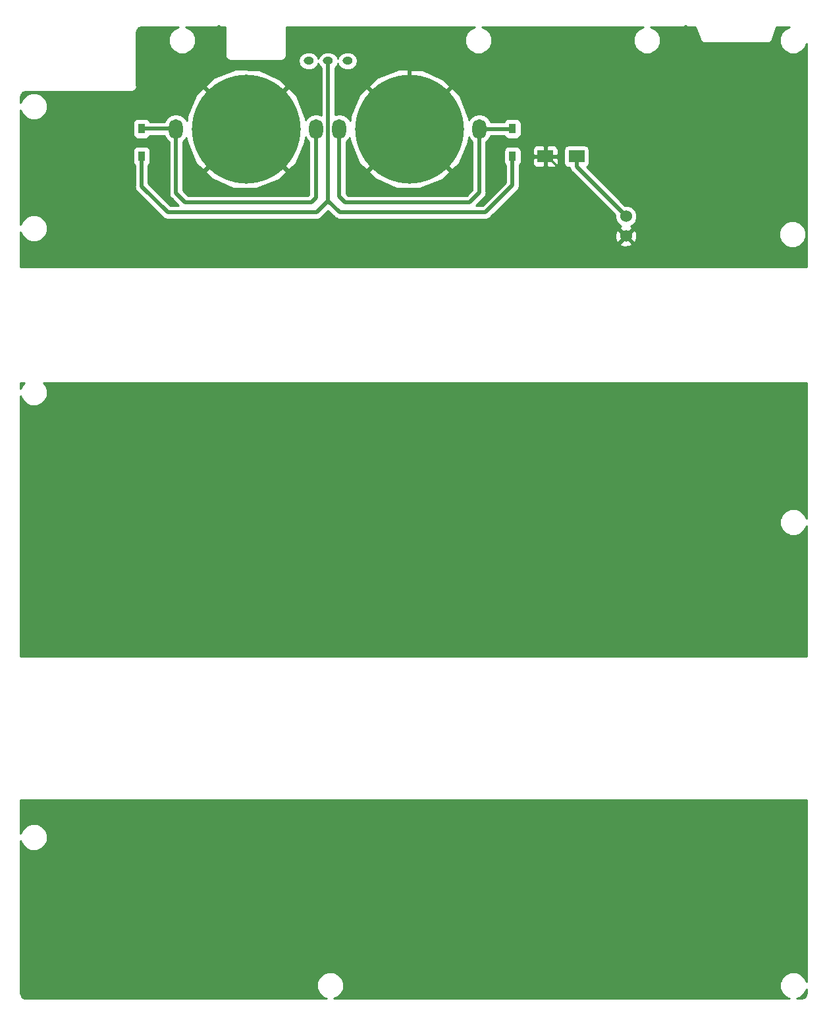
<source format=gbl>
G04 #@! TF.GenerationSoftware,KiCad,Pcbnew,(5.1.5)-3*
G04 #@! TF.CreationDate,2021-03-06T02:21:41+09:00*
G04 #@! TF.ProjectId,Getta25,47657474-6132-4352-9e6b-696361645f70,rev?*
G04 #@! TF.SameCoordinates,Original*
G04 #@! TF.FileFunction,Copper,L2,Bot*
G04 #@! TF.FilePolarity,Positive*
%FSLAX46Y46*%
G04 Gerber Fmt 4.6, Leading zero omitted, Abs format (unit mm)*
G04 Created by KiCad (PCBNEW (5.1.5)-3) date 2021-03-06 02:21:41*
%MOMM*%
%LPD*%
G04 APERTURE LIST*
%ADD10R,2.000000X1.600000*%
%ADD11C,1.524000*%
%ADD12O,1.300000X1.000000*%
%ADD13O,1.800000X2.550000*%
%ADD14C,14.000000*%
%ADD15R,0.950000X1.300000*%
%ADD16C,0.250000*%
%ADD17C,0.500000*%
%ADD18C,0.254000*%
G04 APERTURE END LIST*
D10*
X95500000Y-27507500D03*
X91500000Y-27507500D03*
D11*
X101850000Y-35206000D03*
X101850000Y-37746000D03*
D12*
X66050000Y-15250000D03*
X63550000Y-15250000D03*
X61050000Y-15250000D03*
D13*
X44000000Y-24000000D03*
D14*
X53000000Y-24000000D03*
D13*
X62000000Y-24000000D03*
D15*
X87275000Y-23950000D03*
X87275000Y-27500000D03*
X39575000Y-23950000D03*
X39575000Y-27500000D03*
D13*
X83000000Y-24000000D03*
D14*
X74000000Y-24000000D03*
D13*
X65000000Y-24000000D03*
D16*
X80999999Y-17000001D02*
X85050001Y-17000001D01*
X74000000Y-24000000D02*
X80999999Y-17000001D01*
D17*
X71499494Y-11600000D02*
X74000000Y-14100506D01*
X74000000Y-24000000D02*
X74000000Y-14100506D01*
X53000000Y-24000000D02*
X59250000Y-17750000D01*
X59250000Y-13600000D02*
X61250000Y-11600000D01*
X59250000Y-17750000D02*
X59250000Y-13600000D01*
X61250000Y-11600000D02*
X71499494Y-11600000D01*
D16*
X101850000Y-37657500D02*
X101850000Y-37746000D01*
X91700000Y-27507500D02*
X101850000Y-37657500D01*
X91500000Y-27507500D02*
X91700000Y-27507500D01*
X91500000Y-23450000D02*
X87825000Y-19775000D01*
X91500000Y-27507500D02*
X91500000Y-23450000D01*
X85050001Y-17000001D02*
X87825000Y-19775000D01*
D17*
X95500000Y-28856000D02*
X95500000Y-27507500D01*
X101850000Y-35206000D02*
X95500000Y-28856000D01*
X65775000Y-33425000D02*
X66750000Y-33425000D01*
X65000000Y-32650000D02*
X65775000Y-33425000D01*
X65000000Y-24000000D02*
X65000000Y-32650000D01*
X81725000Y-33425000D02*
X83000000Y-32150000D01*
X66750000Y-33425000D02*
X81725000Y-33425000D01*
X83000000Y-24000000D02*
X83000000Y-32150000D01*
X87225000Y-24000000D02*
X87275000Y-23950000D01*
X83000000Y-24000000D02*
X87225000Y-24000000D01*
X61375000Y-33425000D02*
X60400000Y-33425000D01*
X62000000Y-32800000D02*
X61375000Y-33425000D01*
X62000000Y-24000000D02*
X62000000Y-32800000D01*
X45175000Y-33425000D02*
X60400000Y-33425000D01*
X44000000Y-24000000D02*
X44000000Y-32250000D01*
X44000000Y-32250000D02*
X45175000Y-33425000D01*
X43950000Y-23950000D02*
X44000000Y-24000000D01*
X39575000Y-23950000D02*
X43950000Y-23950000D01*
X39575000Y-31350000D02*
X39575000Y-27500000D01*
X87275000Y-31250000D02*
X87275000Y-27500000D01*
X83800000Y-34725000D02*
X87275000Y-31250000D01*
X65050000Y-34725000D02*
X83800000Y-34725000D01*
X63550000Y-15250000D02*
X63550000Y-33225000D01*
X63550000Y-33225000D02*
X65050000Y-34725000D01*
X62075000Y-34700000D02*
X42925000Y-34700000D01*
X63550000Y-33225000D02*
X62075000Y-34700000D01*
X42925000Y-34700000D02*
X39575000Y-31350000D01*
D18*
G36*
X125052501Y-133571865D02*
G01*
X124858349Y-133103141D01*
X124844957Y-133097784D01*
X124827112Y-133054701D01*
X124339049Y-132566638D01*
X124295966Y-132548793D01*
X124290609Y-132535401D01*
X123994079Y-132423747D01*
X123701363Y-132302500D01*
X123672073Y-132302500D01*
X123644657Y-132292177D01*
X123327966Y-132302500D01*
X123011137Y-132302500D01*
X122984074Y-132313710D01*
X122954797Y-132314664D01*
X122421891Y-132535401D01*
X122416534Y-132548793D01*
X122373451Y-132566638D01*
X121885388Y-133054701D01*
X121867543Y-133097784D01*
X121854151Y-133103141D01*
X121742497Y-133399671D01*
X121621250Y-133692387D01*
X121621250Y-133721677D01*
X121610927Y-133749093D01*
X121621250Y-134065784D01*
X121621250Y-134382613D01*
X121632460Y-134409676D01*
X121633414Y-134438953D01*
X121854151Y-134971859D01*
X121867543Y-134977216D01*
X121885388Y-135020299D01*
X122373451Y-135508362D01*
X122416534Y-135526207D01*
X122421891Y-135539599D01*
X122718421Y-135651253D01*
X122917586Y-135733750D01*
X64290637Y-135733750D01*
X64759359Y-135539599D01*
X64764716Y-135526207D01*
X64807799Y-135508362D01*
X65295862Y-135020299D01*
X65313707Y-134977216D01*
X65327099Y-134971859D01*
X65438753Y-134675329D01*
X65560000Y-134382613D01*
X65560000Y-134353323D01*
X65570323Y-134325907D01*
X65560000Y-134009216D01*
X65560000Y-133692387D01*
X65548790Y-133665324D01*
X65547836Y-133636047D01*
X65327099Y-133103141D01*
X65313707Y-133097784D01*
X65295862Y-133054701D01*
X64807799Y-132566638D01*
X64764716Y-132548793D01*
X64759359Y-132535401D01*
X64462829Y-132423747D01*
X64170113Y-132302500D01*
X64140823Y-132302500D01*
X64113407Y-132292177D01*
X63796716Y-132302500D01*
X63479887Y-132302500D01*
X63452824Y-132313710D01*
X63423547Y-132314664D01*
X62890641Y-132535401D01*
X62885284Y-132548793D01*
X62842201Y-132566638D01*
X62354138Y-133054701D01*
X62336293Y-133097784D01*
X62322901Y-133103141D01*
X62211247Y-133399671D01*
X62090000Y-133692387D01*
X62090000Y-133721677D01*
X62079677Y-133749093D01*
X62090000Y-134065784D01*
X62090000Y-134382613D01*
X62101210Y-134409676D01*
X62102164Y-134438953D01*
X62322901Y-134971859D01*
X62336293Y-134977216D01*
X62354138Y-135020299D01*
X62842201Y-135508362D01*
X62885284Y-135526207D01*
X62890641Y-135539599D01*
X63187171Y-135651253D01*
X63386336Y-135733750D01*
X24743678Y-135733750D01*
X24463342Y-135684319D01*
X24269516Y-135572413D01*
X24125656Y-135400969D01*
X24038641Y-135161895D01*
X24028750Y-135048845D01*
X24028750Y-115453137D01*
X24222901Y-115921859D01*
X24236293Y-115927216D01*
X24254138Y-115970299D01*
X24742201Y-116458362D01*
X24785284Y-116476207D01*
X24790641Y-116489599D01*
X25087171Y-116601253D01*
X25379887Y-116722500D01*
X25409177Y-116722500D01*
X25436593Y-116732823D01*
X25753284Y-116722500D01*
X26070113Y-116722500D01*
X26097176Y-116711290D01*
X26126453Y-116710336D01*
X26659359Y-116489599D01*
X26664716Y-116476207D01*
X26707799Y-116458362D01*
X27195862Y-115970299D01*
X27213707Y-115927216D01*
X27227099Y-115921859D01*
X27338753Y-115625329D01*
X27460000Y-115332613D01*
X27460000Y-115303323D01*
X27470323Y-115275907D01*
X27460000Y-114959216D01*
X27460000Y-114642387D01*
X27448790Y-114615324D01*
X27447836Y-114586047D01*
X27227099Y-114053141D01*
X27213707Y-114047784D01*
X27195862Y-114004701D01*
X26707799Y-113516638D01*
X26664716Y-113498793D01*
X26659359Y-113485401D01*
X26362829Y-113373747D01*
X26070113Y-113252500D01*
X26040823Y-113252500D01*
X26013407Y-113242177D01*
X25696716Y-113252500D01*
X25379887Y-113252500D01*
X25352824Y-113263710D01*
X25323547Y-113264664D01*
X24790641Y-113485401D01*
X24785284Y-113498793D01*
X24742201Y-113516638D01*
X24254138Y-114004701D01*
X24236293Y-114047784D01*
X24222901Y-114053141D01*
X24111247Y-114349671D01*
X24028750Y-114548836D01*
X24028750Y-110227000D01*
X125052501Y-110227000D01*
X125052501Y-133571865D01*
G37*
X125052501Y-133571865D02*
X124858349Y-133103141D01*
X124844957Y-133097784D01*
X124827112Y-133054701D01*
X124339049Y-132566638D01*
X124295966Y-132548793D01*
X124290609Y-132535401D01*
X123994079Y-132423747D01*
X123701363Y-132302500D01*
X123672073Y-132302500D01*
X123644657Y-132292177D01*
X123327966Y-132302500D01*
X123011137Y-132302500D01*
X122984074Y-132313710D01*
X122954797Y-132314664D01*
X122421891Y-132535401D01*
X122416534Y-132548793D01*
X122373451Y-132566638D01*
X121885388Y-133054701D01*
X121867543Y-133097784D01*
X121854151Y-133103141D01*
X121742497Y-133399671D01*
X121621250Y-133692387D01*
X121621250Y-133721677D01*
X121610927Y-133749093D01*
X121621250Y-134065784D01*
X121621250Y-134382613D01*
X121632460Y-134409676D01*
X121633414Y-134438953D01*
X121854151Y-134971859D01*
X121867543Y-134977216D01*
X121885388Y-135020299D01*
X122373451Y-135508362D01*
X122416534Y-135526207D01*
X122421891Y-135539599D01*
X122718421Y-135651253D01*
X122917586Y-135733750D01*
X64290637Y-135733750D01*
X64759359Y-135539599D01*
X64764716Y-135526207D01*
X64807799Y-135508362D01*
X65295862Y-135020299D01*
X65313707Y-134977216D01*
X65327099Y-134971859D01*
X65438753Y-134675329D01*
X65560000Y-134382613D01*
X65560000Y-134353323D01*
X65570323Y-134325907D01*
X65560000Y-134009216D01*
X65560000Y-133692387D01*
X65548790Y-133665324D01*
X65547836Y-133636047D01*
X65327099Y-133103141D01*
X65313707Y-133097784D01*
X65295862Y-133054701D01*
X64807799Y-132566638D01*
X64764716Y-132548793D01*
X64759359Y-132535401D01*
X64462829Y-132423747D01*
X64170113Y-132302500D01*
X64140823Y-132302500D01*
X64113407Y-132292177D01*
X63796716Y-132302500D01*
X63479887Y-132302500D01*
X63452824Y-132313710D01*
X63423547Y-132314664D01*
X62890641Y-132535401D01*
X62885284Y-132548793D01*
X62842201Y-132566638D01*
X62354138Y-133054701D01*
X62336293Y-133097784D01*
X62322901Y-133103141D01*
X62211247Y-133399671D01*
X62090000Y-133692387D01*
X62090000Y-133721677D01*
X62079677Y-133749093D01*
X62090000Y-134065784D01*
X62090000Y-134382613D01*
X62101210Y-134409676D01*
X62102164Y-134438953D01*
X62322901Y-134971859D01*
X62336293Y-134977216D01*
X62354138Y-135020299D01*
X62842201Y-135508362D01*
X62885284Y-135526207D01*
X62890641Y-135539599D01*
X63187171Y-135651253D01*
X63386336Y-135733750D01*
X24743678Y-135733750D01*
X24463342Y-135684319D01*
X24269516Y-135572413D01*
X24125656Y-135400969D01*
X24038641Y-135161895D01*
X24028750Y-135048845D01*
X24028750Y-115453137D01*
X24222901Y-115921859D01*
X24236293Y-115927216D01*
X24254138Y-115970299D01*
X24742201Y-116458362D01*
X24785284Y-116476207D01*
X24790641Y-116489599D01*
X25087171Y-116601253D01*
X25379887Y-116722500D01*
X25409177Y-116722500D01*
X25436593Y-116732823D01*
X25753284Y-116722500D01*
X26070113Y-116722500D01*
X26097176Y-116711290D01*
X26126453Y-116710336D01*
X26659359Y-116489599D01*
X26664716Y-116476207D01*
X26707799Y-116458362D01*
X27195862Y-115970299D01*
X27213707Y-115927216D01*
X27227099Y-115921859D01*
X27338753Y-115625329D01*
X27460000Y-115332613D01*
X27460000Y-115303323D01*
X27470323Y-115275907D01*
X27460000Y-114959216D01*
X27460000Y-114642387D01*
X27448790Y-114615324D01*
X27447836Y-114586047D01*
X27227099Y-114053141D01*
X27213707Y-114047784D01*
X27195862Y-114004701D01*
X26707799Y-113516638D01*
X26664716Y-113498793D01*
X26659359Y-113485401D01*
X26362829Y-113373747D01*
X26070113Y-113252500D01*
X26040823Y-113252500D01*
X26013407Y-113242177D01*
X25696716Y-113252500D01*
X25379887Y-113252500D01*
X25352824Y-113263710D01*
X25323547Y-113264664D01*
X24790641Y-113485401D01*
X24785284Y-113498793D01*
X24742201Y-113516638D01*
X24254138Y-114004701D01*
X24236293Y-114047784D01*
X24222901Y-114053141D01*
X24111247Y-114349671D01*
X24028750Y-114548836D01*
X24028750Y-110227000D01*
X125052501Y-110227000D01*
X125052501Y-133571865D01*
G36*
X125052501Y-135018816D02*
G01*
X125003069Y-135299158D01*
X124891163Y-135492984D01*
X124719719Y-135636844D01*
X124480645Y-135723859D01*
X124367595Y-135733750D01*
X123821887Y-135733750D01*
X124290609Y-135539599D01*
X124295966Y-135526207D01*
X124339049Y-135508362D01*
X124827112Y-135020299D01*
X124844957Y-134977216D01*
X124858349Y-134971859D01*
X124970003Y-134675329D01*
X125052501Y-134476161D01*
X125052501Y-135018816D01*
G37*
X125052501Y-135018816D02*
X125003069Y-135299158D01*
X124891163Y-135492984D01*
X124719719Y-135636844D01*
X124480645Y-135723859D01*
X124367595Y-135733750D01*
X123821887Y-135733750D01*
X124290609Y-135539599D01*
X124295966Y-135526207D01*
X124339049Y-135508362D01*
X124827112Y-135020299D01*
X124844957Y-134977216D01*
X124858349Y-134971859D01*
X124970003Y-134675329D01*
X125052501Y-134476161D01*
X125052501Y-135018816D01*
G36*
X125052501Y-74040614D02*
G01*
X124858349Y-73571891D01*
X124844957Y-73566534D01*
X124827112Y-73523451D01*
X124339049Y-73035388D01*
X124295966Y-73017543D01*
X124290609Y-73004151D01*
X123994079Y-72892497D01*
X123701363Y-72771250D01*
X123672073Y-72771250D01*
X123644657Y-72760927D01*
X123327966Y-72771250D01*
X123011137Y-72771250D01*
X122984074Y-72782460D01*
X122954797Y-72783414D01*
X122421891Y-73004151D01*
X122416534Y-73017543D01*
X122373451Y-73035388D01*
X121885388Y-73523451D01*
X121867543Y-73566534D01*
X121854151Y-73571891D01*
X121742497Y-73868421D01*
X121621250Y-74161137D01*
X121621250Y-74190427D01*
X121610927Y-74217843D01*
X121621250Y-74534534D01*
X121621250Y-74851363D01*
X121632460Y-74878426D01*
X121633414Y-74907703D01*
X121854151Y-75440609D01*
X121867543Y-75445966D01*
X121885388Y-75489049D01*
X122373451Y-75977112D01*
X122416534Y-75994957D01*
X122421891Y-76008349D01*
X122718421Y-76120003D01*
X123011137Y-76241250D01*
X123040427Y-76241250D01*
X123067843Y-76251573D01*
X123384534Y-76241250D01*
X123701363Y-76241250D01*
X123728426Y-76230040D01*
X123757703Y-76229086D01*
X124290609Y-76008349D01*
X124295966Y-75994957D01*
X124339049Y-75977112D01*
X124827112Y-75489049D01*
X124844957Y-75445966D01*
X124858349Y-75440609D01*
X124970003Y-75144079D01*
X125052501Y-74944913D01*
X125052501Y-91773000D01*
X24028750Y-91773000D01*
X24028750Y-58303137D01*
X24222901Y-58771859D01*
X24236293Y-58777216D01*
X24254138Y-58820299D01*
X24742201Y-59308362D01*
X24785284Y-59326207D01*
X24790641Y-59339599D01*
X25087171Y-59451253D01*
X25379887Y-59572500D01*
X25409177Y-59572500D01*
X25436593Y-59582823D01*
X25753284Y-59572500D01*
X26070113Y-59572500D01*
X26097176Y-59561290D01*
X26126453Y-59560336D01*
X26659359Y-59339599D01*
X26664716Y-59326207D01*
X26707799Y-59308362D01*
X27195862Y-58820299D01*
X27213707Y-58777216D01*
X27227099Y-58771859D01*
X27338753Y-58475329D01*
X27460000Y-58182613D01*
X27460000Y-58153323D01*
X27470323Y-58125907D01*
X27460000Y-57809216D01*
X27460000Y-57492387D01*
X27448790Y-57465324D01*
X27447836Y-57436047D01*
X27227099Y-56903141D01*
X27213707Y-56897784D01*
X27195862Y-56854701D01*
X26968161Y-56627000D01*
X125052501Y-56627000D01*
X125052501Y-74040614D01*
G37*
X125052501Y-74040614D02*
X124858349Y-73571891D01*
X124844957Y-73566534D01*
X124827112Y-73523451D01*
X124339049Y-73035388D01*
X124295966Y-73017543D01*
X124290609Y-73004151D01*
X123994079Y-72892497D01*
X123701363Y-72771250D01*
X123672073Y-72771250D01*
X123644657Y-72760927D01*
X123327966Y-72771250D01*
X123011137Y-72771250D01*
X122984074Y-72782460D01*
X122954797Y-72783414D01*
X122421891Y-73004151D01*
X122416534Y-73017543D01*
X122373451Y-73035388D01*
X121885388Y-73523451D01*
X121867543Y-73566534D01*
X121854151Y-73571891D01*
X121742497Y-73868421D01*
X121621250Y-74161137D01*
X121621250Y-74190427D01*
X121610927Y-74217843D01*
X121621250Y-74534534D01*
X121621250Y-74851363D01*
X121632460Y-74878426D01*
X121633414Y-74907703D01*
X121854151Y-75440609D01*
X121867543Y-75445966D01*
X121885388Y-75489049D01*
X122373451Y-75977112D01*
X122416534Y-75994957D01*
X122421891Y-76008349D01*
X122718421Y-76120003D01*
X123011137Y-76241250D01*
X123040427Y-76241250D01*
X123067843Y-76251573D01*
X123384534Y-76241250D01*
X123701363Y-76241250D01*
X123728426Y-76230040D01*
X123757703Y-76229086D01*
X124290609Y-76008349D01*
X124295966Y-75994957D01*
X124339049Y-75977112D01*
X124827112Y-75489049D01*
X124844957Y-75445966D01*
X124858349Y-75440609D01*
X124970003Y-75144079D01*
X125052501Y-74944913D01*
X125052501Y-91773000D01*
X24028750Y-91773000D01*
X24028750Y-58303137D01*
X24222901Y-58771859D01*
X24236293Y-58777216D01*
X24254138Y-58820299D01*
X24742201Y-59308362D01*
X24785284Y-59326207D01*
X24790641Y-59339599D01*
X25087171Y-59451253D01*
X25379887Y-59572500D01*
X25409177Y-59572500D01*
X25436593Y-59582823D01*
X25753284Y-59572500D01*
X26070113Y-59572500D01*
X26097176Y-59561290D01*
X26126453Y-59560336D01*
X26659359Y-59339599D01*
X26664716Y-59326207D01*
X26707799Y-59308362D01*
X27195862Y-58820299D01*
X27213707Y-58777216D01*
X27227099Y-58771859D01*
X27338753Y-58475329D01*
X27460000Y-58182613D01*
X27460000Y-58153323D01*
X27470323Y-58125907D01*
X27460000Y-57809216D01*
X27460000Y-57492387D01*
X27448790Y-57465324D01*
X27447836Y-57436047D01*
X27227099Y-56903141D01*
X27213707Y-56897784D01*
X27195862Y-56854701D01*
X26968161Y-56627000D01*
X125052501Y-56627000D01*
X125052501Y-74040614D01*
G36*
X24254138Y-56854701D02*
G01*
X24236293Y-56897784D01*
X24222901Y-56903141D01*
X24111247Y-57199671D01*
X24028750Y-57398836D01*
X24028750Y-56627000D01*
X24481839Y-56627000D01*
X24254138Y-56854701D01*
G37*
X24254138Y-56854701D02*
X24236293Y-56897784D01*
X24222901Y-56903141D01*
X24111247Y-57199671D01*
X24028750Y-57398836D01*
X24028750Y-56627000D01*
X24481839Y-56627000D01*
X24254138Y-56854701D01*
G36*
X109506143Y-10706357D02*
G01*
X109732727Y-10857755D01*
X109932538Y-10897500D01*
X109932539Y-10897500D01*
X110000000Y-10910919D01*
X110067462Y-10897500D01*
X110772214Y-10897500D01*
X111338634Y-12436276D01*
X111354745Y-12517273D01*
X111422832Y-12619173D01*
X111486792Y-12723715D01*
X111498261Y-12732060D01*
X111506143Y-12743857D01*
X111608057Y-12811953D01*
X111707141Y-12884052D01*
X111720931Y-12887373D01*
X111732727Y-12895255D01*
X111852940Y-12919167D01*
X111972075Y-12947860D01*
X112053652Y-12935000D01*
X119946347Y-12935000D01*
X120027924Y-12947860D01*
X120147065Y-12919166D01*
X120267273Y-12895255D01*
X120279067Y-12887374D01*
X120292858Y-12884053D01*
X120391940Y-12811955D01*
X120493857Y-12743857D01*
X120501740Y-12732059D01*
X120513207Y-12723715D01*
X120577156Y-12619191D01*
X120645255Y-12517273D01*
X120661368Y-12436270D01*
X121227786Y-10897500D01*
X122917586Y-10897500D01*
X122373451Y-11122888D01*
X121885388Y-11610951D01*
X121621250Y-12248637D01*
X121621250Y-12938863D01*
X121885388Y-13576549D01*
X122373451Y-14064612D01*
X123011137Y-14328750D01*
X123701363Y-14328750D01*
X124339049Y-14064612D01*
X124827112Y-13576549D01*
X125052500Y-13032414D01*
X125052500Y-41723000D01*
X24028750Y-41723000D01*
X24028750Y-38726213D01*
X101049392Y-38726213D01*
X101118857Y-38968397D01*
X101642302Y-39155144D01*
X102197368Y-39127362D01*
X102581143Y-38968397D01*
X102650608Y-38726213D01*
X101850000Y-37925605D01*
X101049392Y-38726213D01*
X24028750Y-38726213D01*
X24028750Y-37188664D01*
X24254138Y-37732799D01*
X24742201Y-38220862D01*
X25379887Y-38485000D01*
X26070113Y-38485000D01*
X26707799Y-38220862D01*
X27195862Y-37732799D01*
X27276425Y-37538302D01*
X100440856Y-37538302D01*
X100468638Y-38093368D01*
X100627603Y-38477143D01*
X100869787Y-38546608D01*
X101670395Y-37746000D01*
X102029605Y-37746000D01*
X102830213Y-38546608D01*
X103072397Y-38477143D01*
X103259144Y-37953698D01*
X103231362Y-37398632D01*
X103130400Y-37154887D01*
X121515000Y-37154887D01*
X121515000Y-37845113D01*
X121779138Y-38482799D01*
X122267201Y-38970862D01*
X122904887Y-39235000D01*
X123595113Y-39235000D01*
X124232799Y-38970862D01*
X124720862Y-38482799D01*
X124985000Y-37845113D01*
X124985000Y-37154887D01*
X124720862Y-36517201D01*
X124232799Y-36029138D01*
X123595113Y-35765000D01*
X122904887Y-35765000D01*
X122267201Y-36029138D01*
X121779138Y-36517201D01*
X121515000Y-37154887D01*
X103130400Y-37154887D01*
X103072397Y-37014857D01*
X102830213Y-36945392D01*
X102029605Y-37746000D01*
X101670395Y-37746000D01*
X100869787Y-36945392D01*
X100627603Y-37014857D01*
X100440856Y-37538302D01*
X27276425Y-37538302D01*
X27460000Y-37095113D01*
X27460000Y-36404887D01*
X27195862Y-35767201D01*
X26707799Y-35279138D01*
X26070113Y-35015000D01*
X25379887Y-35015000D01*
X24742201Y-35279138D01*
X24254138Y-35767201D01*
X24028750Y-36311336D01*
X24028750Y-23300000D01*
X38452560Y-23300000D01*
X38452560Y-24600000D01*
X38501843Y-24847765D01*
X38642191Y-25057809D01*
X38852235Y-25198157D01*
X39100000Y-25247440D01*
X40050000Y-25247440D01*
X40297765Y-25198157D01*
X40507809Y-25057809D01*
X40648157Y-24847765D01*
X40650696Y-24835000D01*
X42526428Y-24835000D01*
X42554062Y-24973927D01*
X42893327Y-25481673D01*
X43115000Y-25629790D01*
X43115001Y-32162835D01*
X43097663Y-32250000D01*
X43166348Y-32595309D01*
X43312576Y-32814154D01*
X43312578Y-32814156D01*
X43361952Y-32888049D01*
X43435845Y-32937423D01*
X44313421Y-33815000D01*
X43291579Y-33815000D01*
X40460000Y-30983422D01*
X40460000Y-28639754D01*
X40507809Y-28607809D01*
X40648157Y-28397765D01*
X40697440Y-28150000D01*
X40697440Y-26850000D01*
X40648157Y-26602235D01*
X40507809Y-26392191D01*
X40297765Y-26251843D01*
X40050000Y-26202560D01*
X39100000Y-26202560D01*
X38852235Y-26251843D01*
X38642191Y-26392191D01*
X38501843Y-26602235D01*
X38452560Y-26850000D01*
X38452560Y-28150000D01*
X38501843Y-28397765D01*
X38642191Y-28607809D01*
X38690001Y-28639755D01*
X38690000Y-31262839D01*
X38672663Y-31350000D01*
X38690000Y-31437161D01*
X38690000Y-31437164D01*
X38741348Y-31695309D01*
X38936951Y-31988049D01*
X39010847Y-32037425D01*
X42237577Y-35264156D01*
X42286951Y-35338049D01*
X42360844Y-35387423D01*
X42360845Y-35387424D01*
X42398260Y-35412424D01*
X42579690Y-35533652D01*
X42837835Y-35585000D01*
X42837839Y-35585000D01*
X42924999Y-35602337D01*
X43012159Y-35585000D01*
X61987839Y-35585000D01*
X62075000Y-35602337D01*
X62162161Y-35585000D01*
X62162165Y-35585000D01*
X62420310Y-35533652D01*
X62713049Y-35338049D01*
X62762425Y-35264153D01*
X63550000Y-34476578D01*
X64362577Y-35289156D01*
X64411951Y-35363049D01*
X64485844Y-35412423D01*
X64485845Y-35412424D01*
X64592788Y-35483881D01*
X64704690Y-35558652D01*
X64962835Y-35610000D01*
X64962839Y-35610000D01*
X65049999Y-35627337D01*
X65137159Y-35610000D01*
X83712839Y-35610000D01*
X83800000Y-35627337D01*
X83887161Y-35610000D01*
X83887165Y-35610000D01*
X84145310Y-35558652D01*
X84438049Y-35363049D01*
X84487425Y-35289153D01*
X87839156Y-31937423D01*
X87913049Y-31888049D01*
X87968748Y-31804691D01*
X88060183Y-31667848D01*
X88108652Y-31595310D01*
X88160000Y-31337165D01*
X88160000Y-31337161D01*
X88177337Y-31250001D01*
X88160000Y-31162841D01*
X88160000Y-28639754D01*
X88207809Y-28607809D01*
X88348157Y-28397765D01*
X88397440Y-28150000D01*
X88397440Y-27793250D01*
X89865000Y-27793250D01*
X89865000Y-28433810D01*
X89961673Y-28667199D01*
X90140302Y-28845827D01*
X90373691Y-28942500D01*
X91214250Y-28942500D01*
X91373000Y-28783750D01*
X91373000Y-27634500D01*
X91627000Y-27634500D01*
X91627000Y-28783750D01*
X91785750Y-28942500D01*
X92626309Y-28942500D01*
X92859698Y-28845827D01*
X93038327Y-28667199D01*
X93135000Y-28433810D01*
X93135000Y-27793250D01*
X92976250Y-27634500D01*
X91627000Y-27634500D01*
X91373000Y-27634500D01*
X90023750Y-27634500D01*
X89865000Y-27793250D01*
X88397440Y-27793250D01*
X88397440Y-26850000D01*
X88348157Y-26602235D01*
X88334096Y-26581190D01*
X89865000Y-26581190D01*
X89865000Y-27221750D01*
X90023750Y-27380500D01*
X91373000Y-27380500D01*
X91373000Y-26231250D01*
X91627000Y-26231250D01*
X91627000Y-27380500D01*
X92976250Y-27380500D01*
X93135000Y-27221750D01*
X93135000Y-26707500D01*
X93852560Y-26707500D01*
X93852560Y-28307500D01*
X93901843Y-28555265D01*
X94042191Y-28765309D01*
X94252235Y-28905657D01*
X94500000Y-28954940D01*
X94617342Y-28954940D01*
X94666348Y-29201309D01*
X94861951Y-29494049D01*
X94935847Y-29543425D01*
X100453000Y-35060579D01*
X100453000Y-35483881D01*
X100665680Y-35997337D01*
X101058663Y-36390320D01*
X101249647Y-36469428D01*
X101118857Y-36523603D01*
X101049392Y-36765787D01*
X101850000Y-37566395D01*
X102650608Y-36765787D01*
X102581143Y-36523603D01*
X102440607Y-36473465D01*
X102641337Y-36390320D01*
X103034320Y-35997337D01*
X103247000Y-35483881D01*
X103247000Y-34928119D01*
X103034320Y-34414663D01*
X102641337Y-34021680D01*
X102127881Y-33809000D01*
X101704579Y-33809000D01*
X96779818Y-28884240D01*
X96957809Y-28765309D01*
X97098157Y-28555265D01*
X97147440Y-28307500D01*
X97147440Y-26707500D01*
X97098157Y-26459735D01*
X96957809Y-26249691D01*
X96747765Y-26109343D01*
X96500000Y-26060060D01*
X94500000Y-26060060D01*
X94252235Y-26109343D01*
X94042191Y-26249691D01*
X93901843Y-26459735D01*
X93852560Y-26707500D01*
X93135000Y-26707500D01*
X93135000Y-26581190D01*
X93038327Y-26347801D01*
X92859698Y-26169173D01*
X92626309Y-26072500D01*
X91785750Y-26072500D01*
X91627000Y-26231250D01*
X91373000Y-26231250D01*
X91214250Y-26072500D01*
X90373691Y-26072500D01*
X90140302Y-26169173D01*
X89961673Y-26347801D01*
X89865000Y-26581190D01*
X88334096Y-26581190D01*
X88207809Y-26392191D01*
X87997765Y-26251843D01*
X87750000Y-26202560D01*
X86800000Y-26202560D01*
X86552235Y-26251843D01*
X86342191Y-26392191D01*
X86201843Y-26602235D01*
X86152560Y-26850000D01*
X86152560Y-28150000D01*
X86201843Y-28397765D01*
X86342191Y-28607809D01*
X86390001Y-28639755D01*
X86390000Y-30883421D01*
X83433422Y-33840000D01*
X82561578Y-33840000D01*
X83564156Y-32837423D01*
X83638049Y-32788049D01*
X83833652Y-32495310D01*
X83885000Y-32237165D01*
X83885000Y-32237161D01*
X83902337Y-32150001D01*
X83885000Y-32062841D01*
X83885000Y-25629790D01*
X84106673Y-25481673D01*
X84445938Y-24973927D01*
X84463627Y-24885000D01*
X86226723Y-24885000D01*
X86342191Y-25057809D01*
X86552235Y-25198157D01*
X86800000Y-25247440D01*
X87750000Y-25247440D01*
X87997765Y-25198157D01*
X88207809Y-25057809D01*
X88348157Y-24847765D01*
X88397440Y-24600000D01*
X88397440Y-23300000D01*
X88348157Y-23052235D01*
X88207809Y-22842191D01*
X87997765Y-22701843D01*
X87750000Y-22652560D01*
X86800000Y-22652560D01*
X86552235Y-22701843D01*
X86342191Y-22842191D01*
X86201843Y-23052235D01*
X86189358Y-23115000D01*
X84463627Y-23115000D01*
X84445938Y-23026073D01*
X84106673Y-22518327D01*
X83598926Y-22179062D01*
X83000000Y-22059928D01*
X82401073Y-22179062D01*
X81893327Y-22518327D01*
X81663121Y-22862856D01*
X81667848Y-22656950D01*
X80570205Y-19824825D01*
X80371667Y-19527694D01*
X79481329Y-18698276D01*
X74179605Y-24000000D01*
X79481329Y-29301724D01*
X80371667Y-28472306D01*
X81598130Y-25693541D01*
X81612639Y-25061594D01*
X81893327Y-25481673D01*
X82115000Y-25629790D01*
X82115001Y-31783420D01*
X81358422Y-32540000D01*
X66141579Y-32540000D01*
X65885000Y-32283422D01*
X65885000Y-29481329D01*
X68698276Y-29481329D01*
X69527694Y-30371667D01*
X72306459Y-31598130D01*
X75343050Y-31667848D01*
X78175175Y-30570205D01*
X78472306Y-30371667D01*
X79301724Y-29481329D01*
X74000000Y-24179605D01*
X68698276Y-29481329D01*
X65885000Y-29481329D01*
X65885000Y-25629790D01*
X66106673Y-25481673D01*
X66336879Y-25137145D01*
X66332152Y-25343050D01*
X67429795Y-28175175D01*
X67628333Y-28472306D01*
X68518671Y-29301724D01*
X73820395Y-24000000D01*
X68518671Y-18698276D01*
X67628333Y-19527694D01*
X66401870Y-22306459D01*
X66387361Y-22938406D01*
X66106673Y-22518327D01*
X65598926Y-22179062D01*
X65000000Y-22059928D01*
X64435000Y-22172313D01*
X64435000Y-18518671D01*
X68698276Y-18518671D01*
X74000000Y-23820395D01*
X79301724Y-18518671D01*
X78472306Y-17628333D01*
X75693541Y-16401870D01*
X72656950Y-16332152D01*
X69824825Y-17429795D01*
X69527694Y-17628333D01*
X68698276Y-18518671D01*
X64435000Y-18518671D01*
X64435000Y-16123941D01*
X64518289Y-16068289D01*
X64769146Y-15692855D01*
X64800000Y-15537741D01*
X64830854Y-15692855D01*
X65081711Y-16068289D01*
X65457145Y-16319146D01*
X65788217Y-16385000D01*
X66311783Y-16385000D01*
X66642855Y-16319146D01*
X67018289Y-16068289D01*
X67269146Y-15692855D01*
X67357235Y-15250000D01*
X67269146Y-14807145D01*
X67018289Y-14431711D01*
X66642855Y-14180854D01*
X66311783Y-14115000D01*
X65788217Y-14115000D01*
X65457145Y-14180854D01*
X65081711Y-14431711D01*
X64830854Y-14807145D01*
X64800000Y-14962259D01*
X64769146Y-14807145D01*
X64518289Y-14431711D01*
X64142855Y-14180854D01*
X63811783Y-14115000D01*
X63288217Y-14115000D01*
X62957145Y-14180854D01*
X62581711Y-14431711D01*
X62330854Y-14807145D01*
X62300000Y-14962259D01*
X62269146Y-14807145D01*
X62018289Y-14431711D01*
X61642855Y-14180854D01*
X61311783Y-14115000D01*
X60788217Y-14115000D01*
X60457145Y-14180854D01*
X60081711Y-14431711D01*
X59830854Y-14807145D01*
X59742765Y-15250000D01*
X59830854Y-15692855D01*
X60081711Y-16068289D01*
X60457145Y-16319146D01*
X60788217Y-16385000D01*
X61311783Y-16385000D01*
X61642855Y-16319146D01*
X62018289Y-16068289D01*
X62269146Y-15692855D01*
X62300000Y-15537741D01*
X62330854Y-15692855D01*
X62581711Y-16068289D01*
X62665000Y-16123941D01*
X62665000Y-22223211D01*
X62598926Y-22179062D01*
X62000000Y-22059928D01*
X61401073Y-22179062D01*
X60893327Y-22518327D01*
X60663121Y-22862856D01*
X60667848Y-22656950D01*
X59570205Y-19824825D01*
X59371667Y-19527694D01*
X58481329Y-18698276D01*
X53179605Y-24000000D01*
X58481329Y-29301724D01*
X59371667Y-28472306D01*
X60598130Y-25693541D01*
X60612639Y-25061594D01*
X60893327Y-25481673D01*
X61115000Y-25629790D01*
X61115001Y-32433420D01*
X61008422Y-32540000D01*
X45541579Y-32540000D01*
X44885000Y-31883422D01*
X44885000Y-29481329D01*
X47698276Y-29481329D01*
X48527694Y-30371667D01*
X51306459Y-31598130D01*
X54343050Y-31667848D01*
X57175175Y-30570205D01*
X57472306Y-30371667D01*
X58301724Y-29481329D01*
X53000000Y-24179605D01*
X47698276Y-29481329D01*
X44885000Y-29481329D01*
X44885000Y-25629790D01*
X45106673Y-25481673D01*
X45336879Y-25137145D01*
X45332152Y-25343050D01*
X46429795Y-28175175D01*
X46628333Y-28472306D01*
X47518671Y-29301724D01*
X52820395Y-24000000D01*
X47518671Y-18698276D01*
X46628333Y-19527694D01*
X45401870Y-22306459D01*
X45387361Y-22938406D01*
X45106673Y-22518327D01*
X44598926Y-22179062D01*
X44000000Y-22059928D01*
X43401073Y-22179062D01*
X42893327Y-22518327D01*
X42554062Y-23026074D01*
X42546319Y-23065000D01*
X40650696Y-23065000D01*
X40648157Y-23052235D01*
X40507809Y-22842191D01*
X40297765Y-22701843D01*
X40050000Y-22652560D01*
X39100000Y-22652560D01*
X38852235Y-22701843D01*
X38642191Y-22842191D01*
X38501843Y-23052235D01*
X38452560Y-23300000D01*
X24028750Y-23300000D01*
X24028750Y-21532414D01*
X24254138Y-22076549D01*
X24742201Y-22564612D01*
X25379887Y-22828750D01*
X26070113Y-22828750D01*
X26707799Y-22564612D01*
X27195862Y-22076549D01*
X27460000Y-21438863D01*
X27460000Y-20748637D01*
X27195862Y-20110951D01*
X26707799Y-19622888D01*
X26070113Y-19358750D01*
X25379887Y-19358750D01*
X24742201Y-19622888D01*
X24254138Y-20110951D01*
X24028750Y-20655086D01*
X24028750Y-19895675D01*
X24077431Y-19619592D01*
X24189336Y-19425766D01*
X24360782Y-19281906D01*
X24599852Y-19194891D01*
X24712905Y-19185000D01*
X38182538Y-19185000D01*
X38250000Y-19198419D01*
X38317461Y-19185000D01*
X38317462Y-19185000D01*
X38517273Y-19145255D01*
X38743857Y-18993857D01*
X38895255Y-18767273D01*
X38944705Y-18518671D01*
X47698276Y-18518671D01*
X53000000Y-23820395D01*
X58301724Y-18518671D01*
X57472306Y-17628333D01*
X54693541Y-16401870D01*
X51656950Y-16332152D01*
X48824825Y-17429795D01*
X48527694Y-17628333D01*
X47698276Y-18518671D01*
X38944705Y-18518671D01*
X38948419Y-18500000D01*
X38935000Y-18432538D01*
X38935000Y-11612428D01*
X38984431Y-11332092D01*
X39096336Y-11138266D01*
X39267782Y-10994406D01*
X39506852Y-10907391D01*
X39619905Y-10897500D01*
X44336336Y-10897500D01*
X43792201Y-11122888D01*
X43304138Y-11610951D01*
X43040000Y-12248637D01*
X43040000Y-12938863D01*
X43304138Y-13576549D01*
X43792201Y-14064612D01*
X44429887Y-14328750D01*
X45120113Y-14328750D01*
X45757799Y-14064612D01*
X46245862Y-13576549D01*
X46510000Y-12938863D01*
X46510000Y-12248637D01*
X46245862Y-11610951D01*
X45757799Y-11122888D01*
X45213664Y-10897500D01*
X48932539Y-10897500D01*
X49000000Y-10910919D01*
X49082459Y-10894517D01*
X49267273Y-10857755D01*
X49493857Y-10706357D01*
X49500000Y-10697163D01*
X49506143Y-10706357D01*
X49732727Y-10857755D01*
X49932538Y-10897500D01*
X49932539Y-10897500D01*
X50000000Y-10910919D01*
X50067462Y-10897500D01*
X50315000Y-10897500D01*
X50315001Y-14432533D01*
X50301581Y-14500000D01*
X50354745Y-14767273D01*
X50506143Y-14993857D01*
X50732727Y-15145255D01*
X50932538Y-15185000D01*
X50932539Y-15185000D01*
X51000000Y-15198419D01*
X51067462Y-15185000D01*
X57432538Y-15185000D01*
X57500000Y-15198419D01*
X57567461Y-15185000D01*
X57567462Y-15185000D01*
X57767273Y-15145255D01*
X57993857Y-14993857D01*
X58145255Y-14767273D01*
X58198419Y-14500000D01*
X58185000Y-14432538D01*
X58185000Y-10897500D01*
X82436336Y-10897500D01*
X81892201Y-11122888D01*
X81404138Y-11610951D01*
X81140000Y-12248637D01*
X81140000Y-12938863D01*
X81404138Y-13576549D01*
X81892201Y-14064612D01*
X82529887Y-14328750D01*
X83220113Y-14328750D01*
X83857799Y-14064612D01*
X84345862Y-13576549D01*
X84610000Y-12938863D01*
X84610000Y-12248637D01*
X84345862Y-11610951D01*
X83857799Y-11122888D01*
X83313664Y-10897500D01*
X104111336Y-10897500D01*
X103567201Y-11122888D01*
X103079138Y-11610951D01*
X102815000Y-12248637D01*
X102815000Y-12938863D01*
X103079138Y-13576549D01*
X103567201Y-14064612D01*
X104204887Y-14328750D01*
X104895113Y-14328750D01*
X105532799Y-14064612D01*
X106020862Y-13576549D01*
X106285000Y-12938863D01*
X106285000Y-12248637D01*
X106020862Y-11610951D01*
X105532799Y-11122888D01*
X104988664Y-10897500D01*
X108932539Y-10897500D01*
X109000000Y-10910919D01*
X109082459Y-10894517D01*
X109267273Y-10857755D01*
X109493857Y-10706357D01*
X109500000Y-10697163D01*
X109506143Y-10706357D01*
G37*
X109506143Y-10706357D02*
X109732727Y-10857755D01*
X109932538Y-10897500D01*
X109932539Y-10897500D01*
X110000000Y-10910919D01*
X110067462Y-10897500D01*
X110772214Y-10897500D01*
X111338634Y-12436276D01*
X111354745Y-12517273D01*
X111422832Y-12619173D01*
X111486792Y-12723715D01*
X111498261Y-12732060D01*
X111506143Y-12743857D01*
X111608057Y-12811953D01*
X111707141Y-12884052D01*
X111720931Y-12887373D01*
X111732727Y-12895255D01*
X111852940Y-12919167D01*
X111972075Y-12947860D01*
X112053652Y-12935000D01*
X119946347Y-12935000D01*
X120027924Y-12947860D01*
X120147065Y-12919166D01*
X120267273Y-12895255D01*
X120279067Y-12887374D01*
X120292858Y-12884053D01*
X120391940Y-12811955D01*
X120493857Y-12743857D01*
X120501740Y-12732059D01*
X120513207Y-12723715D01*
X120577156Y-12619191D01*
X120645255Y-12517273D01*
X120661368Y-12436270D01*
X121227786Y-10897500D01*
X122917586Y-10897500D01*
X122373451Y-11122888D01*
X121885388Y-11610951D01*
X121621250Y-12248637D01*
X121621250Y-12938863D01*
X121885388Y-13576549D01*
X122373451Y-14064612D01*
X123011137Y-14328750D01*
X123701363Y-14328750D01*
X124339049Y-14064612D01*
X124827112Y-13576549D01*
X125052500Y-13032414D01*
X125052500Y-41723000D01*
X24028750Y-41723000D01*
X24028750Y-38726213D01*
X101049392Y-38726213D01*
X101118857Y-38968397D01*
X101642302Y-39155144D01*
X102197368Y-39127362D01*
X102581143Y-38968397D01*
X102650608Y-38726213D01*
X101850000Y-37925605D01*
X101049392Y-38726213D01*
X24028750Y-38726213D01*
X24028750Y-37188664D01*
X24254138Y-37732799D01*
X24742201Y-38220862D01*
X25379887Y-38485000D01*
X26070113Y-38485000D01*
X26707799Y-38220862D01*
X27195862Y-37732799D01*
X27276425Y-37538302D01*
X100440856Y-37538302D01*
X100468638Y-38093368D01*
X100627603Y-38477143D01*
X100869787Y-38546608D01*
X101670395Y-37746000D01*
X102029605Y-37746000D01*
X102830213Y-38546608D01*
X103072397Y-38477143D01*
X103259144Y-37953698D01*
X103231362Y-37398632D01*
X103130400Y-37154887D01*
X121515000Y-37154887D01*
X121515000Y-37845113D01*
X121779138Y-38482799D01*
X122267201Y-38970862D01*
X122904887Y-39235000D01*
X123595113Y-39235000D01*
X124232799Y-38970862D01*
X124720862Y-38482799D01*
X124985000Y-37845113D01*
X124985000Y-37154887D01*
X124720862Y-36517201D01*
X124232799Y-36029138D01*
X123595113Y-35765000D01*
X122904887Y-35765000D01*
X122267201Y-36029138D01*
X121779138Y-36517201D01*
X121515000Y-37154887D01*
X103130400Y-37154887D01*
X103072397Y-37014857D01*
X102830213Y-36945392D01*
X102029605Y-37746000D01*
X101670395Y-37746000D01*
X100869787Y-36945392D01*
X100627603Y-37014857D01*
X100440856Y-37538302D01*
X27276425Y-37538302D01*
X27460000Y-37095113D01*
X27460000Y-36404887D01*
X27195862Y-35767201D01*
X26707799Y-35279138D01*
X26070113Y-35015000D01*
X25379887Y-35015000D01*
X24742201Y-35279138D01*
X24254138Y-35767201D01*
X24028750Y-36311336D01*
X24028750Y-23300000D01*
X38452560Y-23300000D01*
X38452560Y-24600000D01*
X38501843Y-24847765D01*
X38642191Y-25057809D01*
X38852235Y-25198157D01*
X39100000Y-25247440D01*
X40050000Y-25247440D01*
X40297765Y-25198157D01*
X40507809Y-25057809D01*
X40648157Y-24847765D01*
X40650696Y-24835000D01*
X42526428Y-24835000D01*
X42554062Y-24973927D01*
X42893327Y-25481673D01*
X43115000Y-25629790D01*
X43115001Y-32162835D01*
X43097663Y-32250000D01*
X43166348Y-32595309D01*
X43312576Y-32814154D01*
X43312578Y-32814156D01*
X43361952Y-32888049D01*
X43435845Y-32937423D01*
X44313421Y-33815000D01*
X43291579Y-33815000D01*
X40460000Y-30983422D01*
X40460000Y-28639754D01*
X40507809Y-28607809D01*
X40648157Y-28397765D01*
X40697440Y-28150000D01*
X40697440Y-26850000D01*
X40648157Y-26602235D01*
X40507809Y-26392191D01*
X40297765Y-26251843D01*
X40050000Y-26202560D01*
X39100000Y-26202560D01*
X38852235Y-26251843D01*
X38642191Y-26392191D01*
X38501843Y-26602235D01*
X38452560Y-26850000D01*
X38452560Y-28150000D01*
X38501843Y-28397765D01*
X38642191Y-28607809D01*
X38690001Y-28639755D01*
X38690000Y-31262839D01*
X38672663Y-31350000D01*
X38690000Y-31437161D01*
X38690000Y-31437164D01*
X38741348Y-31695309D01*
X38936951Y-31988049D01*
X39010847Y-32037425D01*
X42237577Y-35264156D01*
X42286951Y-35338049D01*
X42360844Y-35387423D01*
X42360845Y-35387424D01*
X42398260Y-35412424D01*
X42579690Y-35533652D01*
X42837835Y-35585000D01*
X42837839Y-35585000D01*
X42924999Y-35602337D01*
X43012159Y-35585000D01*
X61987839Y-35585000D01*
X62075000Y-35602337D01*
X62162161Y-35585000D01*
X62162165Y-35585000D01*
X62420310Y-35533652D01*
X62713049Y-35338049D01*
X62762425Y-35264153D01*
X63550000Y-34476578D01*
X64362577Y-35289156D01*
X64411951Y-35363049D01*
X64485844Y-35412423D01*
X64485845Y-35412424D01*
X64592788Y-35483881D01*
X64704690Y-35558652D01*
X64962835Y-35610000D01*
X64962839Y-35610000D01*
X65049999Y-35627337D01*
X65137159Y-35610000D01*
X83712839Y-35610000D01*
X83800000Y-35627337D01*
X83887161Y-35610000D01*
X83887165Y-35610000D01*
X84145310Y-35558652D01*
X84438049Y-35363049D01*
X84487425Y-35289153D01*
X87839156Y-31937423D01*
X87913049Y-31888049D01*
X87968748Y-31804691D01*
X88060183Y-31667848D01*
X88108652Y-31595310D01*
X88160000Y-31337165D01*
X88160000Y-31337161D01*
X88177337Y-31250001D01*
X88160000Y-31162841D01*
X88160000Y-28639754D01*
X88207809Y-28607809D01*
X88348157Y-28397765D01*
X88397440Y-28150000D01*
X88397440Y-27793250D01*
X89865000Y-27793250D01*
X89865000Y-28433810D01*
X89961673Y-28667199D01*
X90140302Y-28845827D01*
X90373691Y-28942500D01*
X91214250Y-28942500D01*
X91373000Y-28783750D01*
X91373000Y-27634500D01*
X91627000Y-27634500D01*
X91627000Y-28783750D01*
X91785750Y-28942500D01*
X92626309Y-28942500D01*
X92859698Y-28845827D01*
X93038327Y-28667199D01*
X93135000Y-28433810D01*
X93135000Y-27793250D01*
X92976250Y-27634500D01*
X91627000Y-27634500D01*
X91373000Y-27634500D01*
X90023750Y-27634500D01*
X89865000Y-27793250D01*
X88397440Y-27793250D01*
X88397440Y-26850000D01*
X88348157Y-26602235D01*
X88334096Y-26581190D01*
X89865000Y-26581190D01*
X89865000Y-27221750D01*
X90023750Y-27380500D01*
X91373000Y-27380500D01*
X91373000Y-26231250D01*
X91627000Y-26231250D01*
X91627000Y-27380500D01*
X92976250Y-27380500D01*
X93135000Y-27221750D01*
X93135000Y-26707500D01*
X93852560Y-26707500D01*
X93852560Y-28307500D01*
X93901843Y-28555265D01*
X94042191Y-28765309D01*
X94252235Y-28905657D01*
X94500000Y-28954940D01*
X94617342Y-28954940D01*
X94666348Y-29201309D01*
X94861951Y-29494049D01*
X94935847Y-29543425D01*
X100453000Y-35060579D01*
X100453000Y-35483881D01*
X100665680Y-35997337D01*
X101058663Y-36390320D01*
X101249647Y-36469428D01*
X101118857Y-36523603D01*
X101049392Y-36765787D01*
X101850000Y-37566395D01*
X102650608Y-36765787D01*
X102581143Y-36523603D01*
X102440607Y-36473465D01*
X102641337Y-36390320D01*
X103034320Y-35997337D01*
X103247000Y-35483881D01*
X103247000Y-34928119D01*
X103034320Y-34414663D01*
X102641337Y-34021680D01*
X102127881Y-33809000D01*
X101704579Y-33809000D01*
X96779818Y-28884240D01*
X96957809Y-28765309D01*
X97098157Y-28555265D01*
X97147440Y-28307500D01*
X97147440Y-26707500D01*
X97098157Y-26459735D01*
X96957809Y-26249691D01*
X96747765Y-26109343D01*
X96500000Y-26060060D01*
X94500000Y-26060060D01*
X94252235Y-26109343D01*
X94042191Y-26249691D01*
X93901843Y-26459735D01*
X93852560Y-26707500D01*
X93135000Y-26707500D01*
X93135000Y-26581190D01*
X93038327Y-26347801D01*
X92859698Y-26169173D01*
X92626309Y-26072500D01*
X91785750Y-26072500D01*
X91627000Y-26231250D01*
X91373000Y-26231250D01*
X91214250Y-26072500D01*
X90373691Y-26072500D01*
X90140302Y-26169173D01*
X89961673Y-26347801D01*
X89865000Y-26581190D01*
X88334096Y-26581190D01*
X88207809Y-26392191D01*
X87997765Y-26251843D01*
X87750000Y-26202560D01*
X86800000Y-26202560D01*
X86552235Y-26251843D01*
X86342191Y-26392191D01*
X86201843Y-26602235D01*
X86152560Y-26850000D01*
X86152560Y-28150000D01*
X86201843Y-28397765D01*
X86342191Y-28607809D01*
X86390001Y-28639755D01*
X86390000Y-30883421D01*
X83433422Y-33840000D01*
X82561578Y-33840000D01*
X83564156Y-32837423D01*
X83638049Y-32788049D01*
X83833652Y-32495310D01*
X83885000Y-32237165D01*
X83885000Y-32237161D01*
X83902337Y-32150001D01*
X83885000Y-32062841D01*
X83885000Y-25629790D01*
X84106673Y-25481673D01*
X84445938Y-24973927D01*
X84463627Y-24885000D01*
X86226723Y-24885000D01*
X86342191Y-25057809D01*
X86552235Y-25198157D01*
X86800000Y-25247440D01*
X87750000Y-25247440D01*
X87997765Y-25198157D01*
X88207809Y-25057809D01*
X88348157Y-24847765D01*
X88397440Y-24600000D01*
X88397440Y-23300000D01*
X88348157Y-23052235D01*
X88207809Y-22842191D01*
X87997765Y-22701843D01*
X87750000Y-22652560D01*
X86800000Y-22652560D01*
X86552235Y-22701843D01*
X86342191Y-22842191D01*
X86201843Y-23052235D01*
X86189358Y-23115000D01*
X84463627Y-23115000D01*
X84445938Y-23026073D01*
X84106673Y-22518327D01*
X83598926Y-22179062D01*
X83000000Y-22059928D01*
X82401073Y-22179062D01*
X81893327Y-22518327D01*
X81663121Y-22862856D01*
X81667848Y-22656950D01*
X80570205Y-19824825D01*
X80371667Y-19527694D01*
X79481329Y-18698276D01*
X74179605Y-24000000D01*
X79481329Y-29301724D01*
X80371667Y-28472306D01*
X81598130Y-25693541D01*
X81612639Y-25061594D01*
X81893327Y-25481673D01*
X82115000Y-25629790D01*
X82115001Y-31783420D01*
X81358422Y-32540000D01*
X66141579Y-32540000D01*
X65885000Y-32283422D01*
X65885000Y-29481329D01*
X68698276Y-29481329D01*
X69527694Y-30371667D01*
X72306459Y-31598130D01*
X75343050Y-31667848D01*
X78175175Y-30570205D01*
X78472306Y-30371667D01*
X79301724Y-29481329D01*
X74000000Y-24179605D01*
X68698276Y-29481329D01*
X65885000Y-29481329D01*
X65885000Y-25629790D01*
X66106673Y-25481673D01*
X66336879Y-25137145D01*
X66332152Y-25343050D01*
X67429795Y-28175175D01*
X67628333Y-28472306D01*
X68518671Y-29301724D01*
X73820395Y-24000000D01*
X68518671Y-18698276D01*
X67628333Y-19527694D01*
X66401870Y-22306459D01*
X66387361Y-22938406D01*
X66106673Y-22518327D01*
X65598926Y-22179062D01*
X65000000Y-22059928D01*
X64435000Y-22172313D01*
X64435000Y-18518671D01*
X68698276Y-18518671D01*
X74000000Y-23820395D01*
X79301724Y-18518671D01*
X78472306Y-17628333D01*
X75693541Y-16401870D01*
X72656950Y-16332152D01*
X69824825Y-17429795D01*
X69527694Y-17628333D01*
X68698276Y-18518671D01*
X64435000Y-18518671D01*
X64435000Y-16123941D01*
X64518289Y-16068289D01*
X64769146Y-15692855D01*
X64800000Y-15537741D01*
X64830854Y-15692855D01*
X65081711Y-16068289D01*
X65457145Y-16319146D01*
X65788217Y-16385000D01*
X66311783Y-16385000D01*
X66642855Y-16319146D01*
X67018289Y-16068289D01*
X67269146Y-15692855D01*
X67357235Y-15250000D01*
X67269146Y-14807145D01*
X67018289Y-14431711D01*
X66642855Y-14180854D01*
X66311783Y-14115000D01*
X65788217Y-14115000D01*
X65457145Y-14180854D01*
X65081711Y-14431711D01*
X64830854Y-14807145D01*
X64800000Y-14962259D01*
X64769146Y-14807145D01*
X64518289Y-14431711D01*
X64142855Y-14180854D01*
X63811783Y-14115000D01*
X63288217Y-14115000D01*
X62957145Y-14180854D01*
X62581711Y-14431711D01*
X62330854Y-14807145D01*
X62300000Y-14962259D01*
X62269146Y-14807145D01*
X62018289Y-14431711D01*
X61642855Y-14180854D01*
X61311783Y-14115000D01*
X60788217Y-14115000D01*
X60457145Y-14180854D01*
X60081711Y-14431711D01*
X59830854Y-14807145D01*
X59742765Y-15250000D01*
X59830854Y-15692855D01*
X60081711Y-16068289D01*
X60457145Y-16319146D01*
X60788217Y-16385000D01*
X61311783Y-16385000D01*
X61642855Y-16319146D01*
X62018289Y-16068289D01*
X62269146Y-15692855D01*
X62300000Y-15537741D01*
X62330854Y-15692855D01*
X62581711Y-16068289D01*
X62665000Y-16123941D01*
X62665000Y-22223211D01*
X62598926Y-22179062D01*
X62000000Y-22059928D01*
X61401073Y-22179062D01*
X60893327Y-22518327D01*
X60663121Y-22862856D01*
X60667848Y-22656950D01*
X59570205Y-19824825D01*
X59371667Y-19527694D01*
X58481329Y-18698276D01*
X53179605Y-24000000D01*
X58481329Y-29301724D01*
X59371667Y-28472306D01*
X60598130Y-25693541D01*
X60612639Y-25061594D01*
X60893327Y-25481673D01*
X61115000Y-25629790D01*
X61115001Y-32433420D01*
X61008422Y-32540000D01*
X45541579Y-32540000D01*
X44885000Y-31883422D01*
X44885000Y-29481329D01*
X47698276Y-29481329D01*
X48527694Y-30371667D01*
X51306459Y-31598130D01*
X54343050Y-31667848D01*
X57175175Y-30570205D01*
X57472306Y-30371667D01*
X58301724Y-29481329D01*
X53000000Y-24179605D01*
X47698276Y-29481329D01*
X44885000Y-29481329D01*
X44885000Y-25629790D01*
X45106673Y-25481673D01*
X45336879Y-25137145D01*
X45332152Y-25343050D01*
X46429795Y-28175175D01*
X46628333Y-28472306D01*
X47518671Y-29301724D01*
X52820395Y-24000000D01*
X47518671Y-18698276D01*
X46628333Y-19527694D01*
X45401870Y-22306459D01*
X45387361Y-22938406D01*
X45106673Y-22518327D01*
X44598926Y-22179062D01*
X44000000Y-22059928D01*
X43401073Y-22179062D01*
X42893327Y-22518327D01*
X42554062Y-23026074D01*
X42546319Y-23065000D01*
X40650696Y-23065000D01*
X40648157Y-23052235D01*
X40507809Y-22842191D01*
X40297765Y-22701843D01*
X40050000Y-22652560D01*
X39100000Y-22652560D01*
X38852235Y-22701843D01*
X38642191Y-22842191D01*
X38501843Y-23052235D01*
X38452560Y-23300000D01*
X24028750Y-23300000D01*
X24028750Y-21532414D01*
X24254138Y-22076549D01*
X24742201Y-22564612D01*
X25379887Y-22828750D01*
X26070113Y-22828750D01*
X26707799Y-22564612D01*
X27195862Y-22076549D01*
X27460000Y-21438863D01*
X27460000Y-20748637D01*
X27195862Y-20110951D01*
X26707799Y-19622888D01*
X26070113Y-19358750D01*
X25379887Y-19358750D01*
X24742201Y-19622888D01*
X24254138Y-20110951D01*
X24028750Y-20655086D01*
X24028750Y-19895675D01*
X24077431Y-19619592D01*
X24189336Y-19425766D01*
X24360782Y-19281906D01*
X24599852Y-19194891D01*
X24712905Y-19185000D01*
X38182538Y-19185000D01*
X38250000Y-19198419D01*
X38317461Y-19185000D01*
X38317462Y-19185000D01*
X38517273Y-19145255D01*
X38743857Y-18993857D01*
X38895255Y-18767273D01*
X38944705Y-18518671D01*
X47698276Y-18518671D01*
X53000000Y-23820395D01*
X58301724Y-18518671D01*
X57472306Y-17628333D01*
X54693541Y-16401870D01*
X51656950Y-16332152D01*
X48824825Y-17429795D01*
X48527694Y-17628333D01*
X47698276Y-18518671D01*
X38944705Y-18518671D01*
X38948419Y-18500000D01*
X38935000Y-18432538D01*
X38935000Y-11612428D01*
X38984431Y-11332092D01*
X39096336Y-11138266D01*
X39267782Y-10994406D01*
X39506852Y-10907391D01*
X39619905Y-10897500D01*
X44336336Y-10897500D01*
X43792201Y-11122888D01*
X43304138Y-11610951D01*
X43040000Y-12248637D01*
X43040000Y-12938863D01*
X43304138Y-13576549D01*
X43792201Y-14064612D01*
X44429887Y-14328750D01*
X45120113Y-14328750D01*
X45757799Y-14064612D01*
X46245862Y-13576549D01*
X46510000Y-12938863D01*
X46510000Y-12248637D01*
X46245862Y-11610951D01*
X45757799Y-11122888D01*
X45213664Y-10897500D01*
X48932539Y-10897500D01*
X49000000Y-10910919D01*
X49082459Y-10894517D01*
X49267273Y-10857755D01*
X49493857Y-10706357D01*
X49500000Y-10697163D01*
X49506143Y-10706357D01*
X49732727Y-10857755D01*
X49932538Y-10897500D01*
X49932539Y-10897500D01*
X50000000Y-10910919D01*
X50067462Y-10897500D01*
X50315000Y-10897500D01*
X50315001Y-14432533D01*
X50301581Y-14500000D01*
X50354745Y-14767273D01*
X50506143Y-14993857D01*
X50732727Y-15145255D01*
X50932538Y-15185000D01*
X50932539Y-15185000D01*
X51000000Y-15198419D01*
X51067462Y-15185000D01*
X57432538Y-15185000D01*
X57500000Y-15198419D01*
X57567461Y-15185000D01*
X57567462Y-15185000D01*
X57767273Y-15145255D01*
X57993857Y-14993857D01*
X58145255Y-14767273D01*
X58198419Y-14500000D01*
X58185000Y-14432538D01*
X58185000Y-10897500D01*
X82436336Y-10897500D01*
X81892201Y-11122888D01*
X81404138Y-11610951D01*
X81140000Y-12248637D01*
X81140000Y-12938863D01*
X81404138Y-13576549D01*
X81892201Y-14064612D01*
X82529887Y-14328750D01*
X83220113Y-14328750D01*
X83857799Y-14064612D01*
X84345862Y-13576549D01*
X84610000Y-12938863D01*
X84610000Y-12248637D01*
X84345862Y-11610951D01*
X83857799Y-11122888D01*
X83313664Y-10897500D01*
X104111336Y-10897500D01*
X103567201Y-11122888D01*
X103079138Y-11610951D01*
X102815000Y-12248637D01*
X102815000Y-12938863D01*
X103079138Y-13576549D01*
X103567201Y-14064612D01*
X104204887Y-14328750D01*
X104895113Y-14328750D01*
X105532799Y-14064612D01*
X106020862Y-13576549D01*
X106285000Y-12938863D01*
X106285000Y-12248637D01*
X106020862Y-11610951D01*
X105532799Y-11122888D01*
X104988664Y-10897500D01*
X108932539Y-10897500D01*
X109000000Y-10910919D01*
X109082459Y-10894517D01*
X109267273Y-10857755D01*
X109493857Y-10706357D01*
X109500000Y-10697163D01*
X109506143Y-10706357D01*
M02*

</source>
